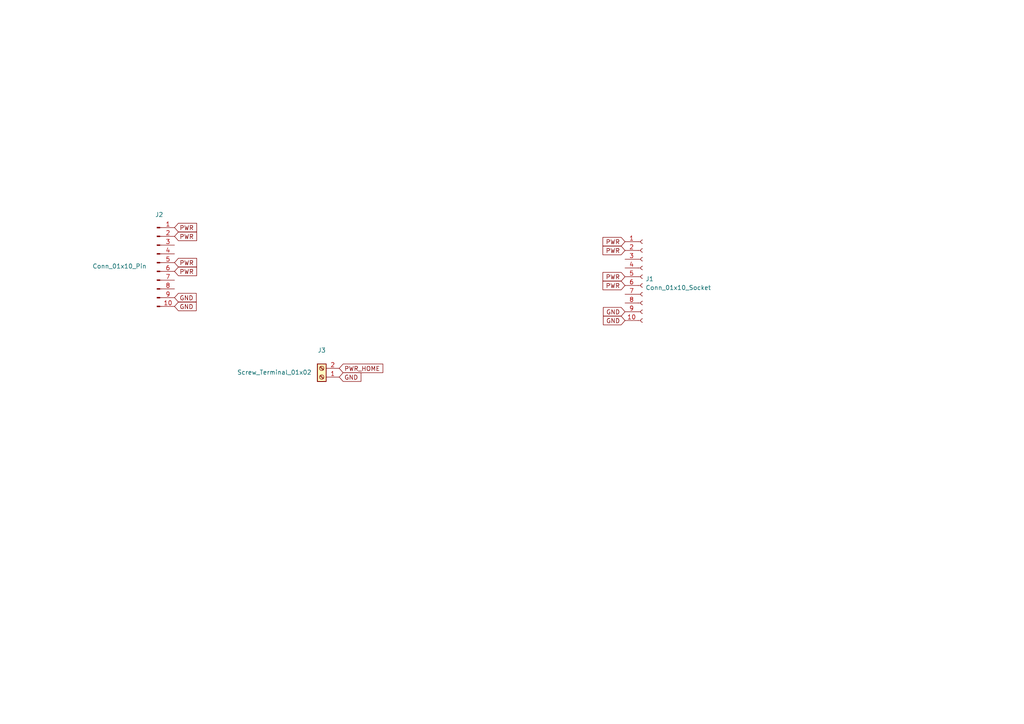
<source format=kicad_sch>
(kicad_sch (version 20230121) (generator eeschema)

  (uuid 36c3529d-7964-4040-afe2-98add62a25cb)

  (paper "A4")

  (lib_symbols
    (symbol "Connector:Conn_01x10_Pin" (pin_names (offset 1.016) hide) (in_bom yes) (on_board yes)
      (property "Reference" "J" (at 0 12.7 0)
        (effects (font (size 1.27 1.27)))
      )
      (property "Value" "Conn_01x10_Pin" (at 0 -15.24 0)
        (effects (font (size 1.27 1.27)))
      )
      (property "Footprint" "" (at 0 0 0)
        (effects (font (size 1.27 1.27)) hide)
      )
      (property "Datasheet" "~" (at 0 0 0)
        (effects (font (size 1.27 1.27)) hide)
      )
      (property "ki_locked" "" (at 0 0 0)
        (effects (font (size 1.27 1.27)))
      )
      (property "ki_keywords" "connector" (at 0 0 0)
        (effects (font (size 1.27 1.27)) hide)
      )
      (property "ki_description" "Generic connector, single row, 01x10, script generated" (at 0 0 0)
        (effects (font (size 1.27 1.27)) hide)
      )
      (property "ki_fp_filters" "Connector*:*_1x??_*" (at 0 0 0)
        (effects (font (size 1.27 1.27)) hide)
      )
      (symbol "Conn_01x10_Pin_1_1"
        (polyline
          (pts
            (xy 1.27 -12.7)
            (xy 0.8636 -12.7)
          )
          (stroke (width 0.1524) (type default))
          (fill (type none))
        )
        (polyline
          (pts
            (xy 1.27 -10.16)
            (xy 0.8636 -10.16)
          )
          (stroke (width 0.1524) (type default))
          (fill (type none))
        )
        (polyline
          (pts
            (xy 1.27 -7.62)
            (xy 0.8636 -7.62)
          )
          (stroke (width 0.1524) (type default))
          (fill (type none))
        )
        (polyline
          (pts
            (xy 1.27 -5.08)
            (xy 0.8636 -5.08)
          )
          (stroke (width 0.1524) (type default))
          (fill (type none))
        )
        (polyline
          (pts
            (xy 1.27 -2.54)
            (xy 0.8636 -2.54)
          )
          (stroke (width 0.1524) (type default))
          (fill (type none))
        )
        (polyline
          (pts
            (xy 1.27 0)
            (xy 0.8636 0)
          )
          (stroke (width 0.1524) (type default))
          (fill (type none))
        )
        (polyline
          (pts
            (xy 1.27 2.54)
            (xy 0.8636 2.54)
          )
          (stroke (width 0.1524) (type default))
          (fill (type none))
        )
        (polyline
          (pts
            (xy 1.27 5.08)
            (xy 0.8636 5.08)
          )
          (stroke (width 0.1524) (type default))
          (fill (type none))
        )
        (polyline
          (pts
            (xy 1.27 7.62)
            (xy 0.8636 7.62)
          )
          (stroke (width 0.1524) (type default))
          (fill (type none))
        )
        (polyline
          (pts
            (xy 1.27 10.16)
            (xy 0.8636 10.16)
          )
          (stroke (width 0.1524) (type default))
          (fill (type none))
        )
        (rectangle (start 0.8636 -12.573) (end 0 -12.827)
          (stroke (width 0.1524) (type default))
          (fill (type outline))
        )
        (rectangle (start 0.8636 -10.033) (end 0 -10.287)
          (stroke (width 0.1524) (type default))
          (fill (type outline))
        )
        (rectangle (start 0.8636 -7.493) (end 0 -7.747)
          (stroke (width 0.1524) (type default))
          (fill (type outline))
        )
        (rectangle (start 0.8636 -4.953) (end 0 -5.207)
          (stroke (width 0.1524) (type default))
          (fill (type outline))
        )
        (rectangle (start 0.8636 -2.413) (end 0 -2.667)
          (stroke (width 0.1524) (type default))
          (fill (type outline))
        )
        (rectangle (start 0.8636 0.127) (end 0 -0.127)
          (stroke (width 0.1524) (type default))
          (fill (type outline))
        )
        (rectangle (start 0.8636 2.667) (end 0 2.413)
          (stroke (width 0.1524) (type default))
          (fill (type outline))
        )
        (rectangle (start 0.8636 5.207) (end 0 4.953)
          (stroke (width 0.1524) (type default))
          (fill (type outline))
        )
        (rectangle (start 0.8636 7.747) (end 0 7.493)
          (stroke (width 0.1524) (type default))
          (fill (type outline))
        )
        (rectangle (start 0.8636 10.287) (end 0 10.033)
          (stroke (width 0.1524) (type default))
          (fill (type outline))
        )
        (pin passive line (at 5.08 10.16 180) (length 3.81)
          (name "Pin_1" (effects (font (size 1.27 1.27))))
          (number "1" (effects (font (size 1.27 1.27))))
        )
        (pin passive line (at 5.08 -12.7 180) (length 3.81)
          (name "Pin_10" (effects (font (size 1.27 1.27))))
          (number "10" (effects (font (size 1.27 1.27))))
        )
        (pin passive line (at 5.08 7.62 180) (length 3.81)
          (name "Pin_2" (effects (font (size 1.27 1.27))))
          (number "2" (effects (font (size 1.27 1.27))))
        )
        (pin passive line (at 5.08 5.08 180) (length 3.81)
          (name "Pin_3" (effects (font (size 1.27 1.27))))
          (number "3" (effects (font (size 1.27 1.27))))
        )
        (pin passive line (at 5.08 2.54 180) (length 3.81)
          (name "Pin_4" (effects (font (size 1.27 1.27))))
          (number "4" (effects (font (size 1.27 1.27))))
        )
        (pin passive line (at 5.08 0 180) (length 3.81)
          (name "Pin_5" (effects (font (size 1.27 1.27))))
          (number "5" (effects (font (size 1.27 1.27))))
        )
        (pin passive line (at 5.08 -2.54 180) (length 3.81)
          (name "Pin_6" (effects (font (size 1.27 1.27))))
          (number "6" (effects (font (size 1.27 1.27))))
        )
        (pin passive line (at 5.08 -5.08 180) (length 3.81)
          (name "Pin_7" (effects (font (size 1.27 1.27))))
          (number "7" (effects (font (size 1.27 1.27))))
        )
        (pin passive line (at 5.08 -7.62 180) (length 3.81)
          (name "Pin_8" (effects (font (size 1.27 1.27))))
          (number "8" (effects (font (size 1.27 1.27))))
        )
        (pin passive line (at 5.08 -10.16 180) (length 3.81)
          (name "Pin_9" (effects (font (size 1.27 1.27))))
          (number "9" (effects (font (size 1.27 1.27))))
        )
      )
    )
    (symbol "Connector:Conn_01x10_Socket" (pin_names (offset 1.016) hide) (in_bom yes) (on_board yes)
      (property "Reference" "J" (at 0 12.7 0)
        (effects (font (size 1.27 1.27)))
      )
      (property "Value" "Conn_01x10_Socket" (at 0 -15.24 0)
        (effects (font (size 1.27 1.27)))
      )
      (property "Footprint" "" (at 0 0 0)
        (effects (font (size 1.27 1.27)) hide)
      )
      (property "Datasheet" "~" (at 0 0 0)
        (effects (font (size 1.27 1.27)) hide)
      )
      (property "ki_locked" "" (at 0 0 0)
        (effects (font (size 1.27 1.27)))
      )
      (property "ki_keywords" "connector" (at 0 0 0)
        (effects (font (size 1.27 1.27)) hide)
      )
      (property "ki_description" "Generic connector, single row, 01x10, script generated" (at 0 0 0)
        (effects (font (size 1.27 1.27)) hide)
      )
      (property "ki_fp_filters" "Connector*:*_1x??_*" (at 0 0 0)
        (effects (font (size 1.27 1.27)) hide)
      )
      (symbol "Conn_01x10_Socket_1_1"
        (arc (start 0 -12.192) (mid -0.5058 -12.7) (end 0 -13.208)
          (stroke (width 0.1524) (type default))
          (fill (type none))
        )
        (arc (start 0 -9.652) (mid -0.5058 -10.16) (end 0 -10.668)
          (stroke (width 0.1524) (type default))
          (fill (type none))
        )
        (arc (start 0 -7.112) (mid -0.5058 -7.62) (end 0 -8.128)
          (stroke (width 0.1524) (type default))
          (fill (type none))
        )
        (arc (start 0 -4.572) (mid -0.5058 -5.08) (end 0 -5.588)
          (stroke (width 0.1524) (type default))
          (fill (type none))
        )
        (arc (start 0 -2.032) (mid -0.5058 -2.54) (end 0 -3.048)
          (stroke (width 0.1524) (type default))
          (fill (type none))
        )
        (polyline
          (pts
            (xy -1.27 -12.7)
            (xy -0.508 -12.7)
          )
          (stroke (width 0.1524) (type default))
          (fill (type none))
        )
        (polyline
          (pts
            (xy -1.27 -10.16)
            (xy -0.508 -10.16)
          )
          (stroke (width 0.1524) (type default))
          (fill (type none))
        )
        (polyline
          (pts
            (xy -1.27 -7.62)
            (xy -0.508 -7.62)
          )
          (stroke (width 0.1524) (type default))
          (fill (type none))
        )
        (polyline
          (pts
            (xy -1.27 -5.08)
            (xy -0.508 -5.08)
          )
          (stroke (width 0.1524) (type default))
          (fill (type none))
        )
        (polyline
          (pts
            (xy -1.27 -2.54)
            (xy -0.508 -2.54)
          )
          (stroke (width 0.1524) (type default))
          (fill (type none))
        )
        (polyline
          (pts
            (xy -1.27 0)
            (xy -0.508 0)
          )
          (stroke (width 0.1524) (type default))
          (fill (type none))
        )
        (polyline
          (pts
            (xy -1.27 2.54)
            (xy -0.508 2.54)
          )
          (stroke (width 0.1524) (type default))
          (fill (type none))
        )
        (polyline
          (pts
            (xy -1.27 5.08)
            (xy -0.508 5.08)
          )
          (stroke (width 0.1524) (type default))
          (fill (type none))
        )
        (polyline
          (pts
            (xy -1.27 7.62)
            (xy -0.508 7.62)
          )
          (stroke (width 0.1524) (type default))
          (fill (type none))
        )
        (polyline
          (pts
            (xy -1.27 10.16)
            (xy -0.508 10.16)
          )
          (stroke (width 0.1524) (type default))
          (fill (type none))
        )
        (arc (start 0 0.508) (mid -0.5058 0) (end 0 -0.508)
          (stroke (width 0.1524) (type default))
          (fill (type none))
        )
        (arc (start 0 3.048) (mid -0.5058 2.54) (end 0 2.032)
          (stroke (width 0.1524) (type default))
          (fill (type none))
        )
        (arc (start 0 5.588) (mid -0.5058 5.08) (end 0 4.572)
          (stroke (width 0.1524) (type default))
          (fill (type none))
        )
        (arc (start 0 8.128) (mid -0.5058 7.62) (end 0 7.112)
          (stroke (width 0.1524) (type default))
          (fill (type none))
        )
        (arc (start 0 10.668) (mid -0.5058 10.16) (end 0 9.652)
          (stroke (width 0.1524) (type default))
          (fill (type none))
        )
        (pin passive line (at -5.08 10.16 0) (length 3.81)
          (name "Pin_1" (effects (font (size 1.27 1.27))))
          (number "1" (effects (font (size 1.27 1.27))))
        )
        (pin passive line (at -5.08 -12.7 0) (length 3.81)
          (name "Pin_10" (effects (font (size 1.27 1.27))))
          (number "10" (effects (font (size 1.27 1.27))))
        )
        (pin passive line (at -5.08 7.62 0) (length 3.81)
          (name "Pin_2" (effects (font (size 1.27 1.27))))
          (number "2" (effects (font (size 1.27 1.27))))
        )
        (pin passive line (at -5.08 5.08 0) (length 3.81)
          (name "Pin_3" (effects (font (size 1.27 1.27))))
          (number "3" (effects (font (size 1.27 1.27))))
        )
        (pin passive line (at -5.08 2.54 0) (length 3.81)
          (name "Pin_4" (effects (font (size 1.27 1.27))))
          (number "4" (effects (font (size 1.27 1.27))))
        )
        (pin passive line (at -5.08 0 0) (length 3.81)
          (name "Pin_5" (effects (font (size 1.27 1.27))))
          (number "5" (effects (font (size 1.27 1.27))))
        )
        (pin passive line (at -5.08 -2.54 0) (length 3.81)
          (name "Pin_6" (effects (font (size 1.27 1.27))))
          (number "6" (effects (font (size 1.27 1.27))))
        )
        (pin passive line (at -5.08 -5.08 0) (length 3.81)
          (name "Pin_7" (effects (font (size 1.27 1.27))))
          (number "7" (effects (font (size 1.27 1.27))))
        )
        (pin passive line (at -5.08 -7.62 0) (length 3.81)
          (name "Pin_8" (effects (font (size 1.27 1.27))))
          (number "8" (effects (font (size 1.27 1.27))))
        )
        (pin passive line (at -5.08 -10.16 0) (length 3.81)
          (name "Pin_9" (effects (font (size 1.27 1.27))))
          (number "9" (effects (font (size 1.27 1.27))))
        )
      )
    )
    (symbol "Connector:Screw_Terminal_01x02" (pin_names (offset 1.016) hide) (in_bom yes) (on_board yes)
      (property "Reference" "J" (at 0 2.54 0)
        (effects (font (size 1.27 1.27)))
      )
      (property "Value" "Screw_Terminal_01x02" (at 0 -5.08 0)
        (effects (font (size 1.27 1.27)))
      )
      (property "Footprint" "" (at 0 0 0)
        (effects (font (size 1.27 1.27)) hide)
      )
      (property "Datasheet" "~" (at 0 0 0)
        (effects (font (size 1.27 1.27)) hide)
      )
      (property "ki_keywords" "screw terminal" (at 0 0 0)
        (effects (font (size 1.27 1.27)) hide)
      )
      (property "ki_description" "Generic screw terminal, single row, 01x02, script generated (kicad-library-utils/schlib/autogen/connector/)" (at 0 0 0)
        (effects (font (size 1.27 1.27)) hide)
      )
      (property "ki_fp_filters" "TerminalBlock*:*" (at 0 0 0)
        (effects (font (size 1.27 1.27)) hide)
      )
      (symbol "Screw_Terminal_01x02_1_1"
        (rectangle (start -1.27 1.27) (end 1.27 -3.81)
          (stroke (width 0.254) (type default))
          (fill (type background))
        )
        (circle (center 0 -2.54) (radius 0.635)
          (stroke (width 0.1524) (type default))
          (fill (type none))
        )
        (polyline
          (pts
            (xy -0.5334 -2.2098)
            (xy 0.3302 -3.048)
          )
          (stroke (width 0.1524) (type default))
          (fill (type none))
        )
        (polyline
          (pts
            (xy -0.5334 0.3302)
            (xy 0.3302 -0.508)
          )
          (stroke (width 0.1524) (type default))
          (fill (type none))
        )
        (polyline
          (pts
            (xy -0.3556 -2.032)
            (xy 0.508 -2.8702)
          )
          (stroke (width 0.1524) (type default))
          (fill (type none))
        )
        (polyline
          (pts
            (xy -0.3556 0.508)
            (xy 0.508 -0.3302)
          )
          (stroke (width 0.1524) (type default))
          (fill (type none))
        )
        (circle (center 0 0) (radius 0.635)
          (stroke (width 0.1524) (type default))
          (fill (type none))
        )
        (pin passive line (at -5.08 0 0) (length 3.81)
          (name "Pin_1" (effects (font (size 1.27 1.27))))
          (number "1" (effects (font (size 1.27 1.27))))
        )
        (pin passive line (at -5.08 -2.54 0) (length 3.81)
          (name "Pin_2" (effects (font (size 1.27 1.27))))
          (number "2" (effects (font (size 1.27 1.27))))
        )
      )
    )
  )


  (global_label "PWR" (shape input) (at 50.6222 66.0146 0) (fields_autoplaced)
    (effects (font (size 1.27 1.27)) (justify left))
    (uuid 116cf5d8-5b36-47c9-90bd-374b24903f38)
    (property "Intersheetrefs" "${INTERSHEET_REFS}" (at 57.5194 66.0146 0)
      (effects (font (size 1.27 1.27)) (justify left) hide)
    )
  )
  (global_label "PWR" (shape input) (at 50.6222 78.7146 0) (fields_autoplaced)
    (effects (font (size 1.27 1.27)) (justify left))
    (uuid 34a563a0-9e99-41fe-828f-14183bb830d9)
    (property "Intersheetrefs" "${INTERSHEET_REFS}" (at 57.5194 78.7146 0)
      (effects (font (size 1.27 1.27)) (justify left) hide)
    )
  )
  (global_label "PWR" (shape input) (at 181.2798 82.804 180) (fields_autoplaced)
    (effects (font (size 1.27 1.27)) (justify right))
    (uuid 64444e63-30f9-4fa6-99e0-78fdd9b4869b)
    (property "Intersheetrefs" "${INTERSHEET_REFS}" (at 174.3826 82.804 0)
      (effects (font (size 1.27 1.27)) (justify right) hide)
    )
  )
  (global_label "GND" (shape input) (at 181.2798 92.964 180) (fields_autoplaced)
    (effects (font (size 1.27 1.27)) (justify right))
    (uuid 766a07e4-4a00-4c76-9639-464c87841874)
    (property "Intersheetrefs" "${INTERSHEET_REFS}" (at 174.5035 92.964 0)
      (effects (font (size 1.27 1.27)) (justify right) hide)
    )
  )
  (global_label "GND" (shape input) (at 181.2798 90.424 180) (fields_autoplaced)
    (effects (font (size 1.27 1.27)) (justify right))
    (uuid 8a1b235a-4cc3-46bd-81e5-8ff3d54d132f)
    (property "Intersheetrefs" "${INTERSHEET_REFS}" (at 174.5035 90.424 0)
      (effects (font (size 1.27 1.27)) (justify right) hide)
    )
  )
  (global_label "PWR_HOME" (shape input) (at 98.3996 106.8324 0) (fields_autoplaced)
    (effects (font (size 1.27 1.27)) (justify left))
    (uuid 8f235deb-fd18-4b12-9d37-751df1a1570e)
    (property "Intersheetrefs" "${INTERSHEET_REFS}" (at 111.5258 106.8324 0)
      (effects (font (size 1.27 1.27)) (justify left) hide)
    )
  )
  (global_label "PWR" (shape input) (at 50.6222 68.5546 0) (fields_autoplaced)
    (effects (font (size 1.27 1.27)) (justify left))
    (uuid a7f4c36d-90a4-4fd0-b80b-a5fbb2530c7b)
    (property "Intersheetrefs" "${INTERSHEET_REFS}" (at 57.5194 68.5546 0)
      (effects (font (size 1.27 1.27)) (justify left) hide)
    )
  )
  (global_label "GND" (shape input) (at 50.6222 86.3346 0) (fields_autoplaced)
    (effects (font (size 1.27 1.27)) (justify left))
    (uuid acd16c10-0629-4d89-ae7f-f5483b716496)
    (property "Intersheetrefs" "${INTERSHEET_REFS}" (at 57.3985 86.3346 0)
      (effects (font (size 1.27 1.27)) (justify left) hide)
    )
  )
  (global_label "PWR" (shape input) (at 50.6222 76.1746 0) (fields_autoplaced)
    (effects (font (size 1.27 1.27)) (justify left))
    (uuid b21e32bb-9894-4186-b96d-2fa1ee014965)
    (property "Intersheetrefs" "${INTERSHEET_REFS}" (at 57.5194 76.1746 0)
      (effects (font (size 1.27 1.27)) (justify left) hide)
    )
  )
  (global_label "PWR" (shape input) (at 181.2798 72.644 180) (fields_autoplaced)
    (effects (font (size 1.27 1.27)) (justify right))
    (uuid d02deb07-5719-453d-adc4-df2293411c40)
    (property "Intersheetrefs" "${INTERSHEET_REFS}" (at 174.3826 72.644 0)
      (effects (font (size 1.27 1.27)) (justify right) hide)
    )
  )
  (global_label "PWR" (shape input) (at 181.2798 80.264 180) (fields_autoplaced)
    (effects (font (size 1.27 1.27)) (justify right))
    (uuid d4a34bb1-9604-4fce-b46a-0a7078da0683)
    (property "Intersheetrefs" "${INTERSHEET_REFS}" (at 174.3826 80.264 0)
      (effects (font (size 1.27 1.27)) (justify right) hide)
    )
  )
  (global_label "GND" (shape input) (at 98.3996 109.3724 0) (fields_autoplaced)
    (effects (font (size 1.27 1.27)) (justify left))
    (uuid df7de03d-ce3a-4899-b341-fdfba91a511b)
    (property "Intersheetrefs" "${INTERSHEET_REFS}" (at 105.1759 109.3724 0)
      (effects (font (size 1.27 1.27)) (justify left) hide)
    )
  )
  (global_label "PWR" (shape input) (at 181.2798 70.104 180) (fields_autoplaced)
    (effects (font (size 1.27 1.27)) (justify right))
    (uuid e1d9f67c-aa28-431a-aca8-cf04671f02b8)
    (property "Intersheetrefs" "${INTERSHEET_REFS}" (at 174.3826 70.104 0)
      (effects (font (size 1.27 1.27)) (justify right) hide)
    )
  )
  (global_label "GND" (shape input) (at 50.6222 88.8746 0) (fields_autoplaced)
    (effects (font (size 1.27 1.27)) (justify left))
    (uuid e8215fa9-531d-4327-a520-72348dc390c7)
    (property "Intersheetrefs" "${INTERSHEET_REFS}" (at 57.3985 88.8746 0)
      (effects (font (size 1.27 1.27)) (justify left) hide)
    )
  )

  (symbol (lib_id "Connector:Conn_01x10_Pin") (at 45.5422 76.1746 0) (unit 1)
    (in_bom yes) (on_board yes) (dnp no)
    (uuid 0d1a6110-a2df-4e49-a796-bc70be681dba)
    (property "Reference" "J2" (at 46.1772 62.2554 0)
      (effects (font (size 1.27 1.27)))
    )
    (property "Value" "Conn_01x10_Pin" (at 34.671 77.216 0)
      (effects (font (size 1.27 1.27)))
    )
    (property "Footprint" "Connector_PinHeader_2.54mm:PinHeader_1x10_P2.54mm_Horizontal" (at 45.5422 76.1746 0)
      (effects (font (size 1.27 1.27)) hide)
    )
    (property "Datasheet" "~" (at 45.5422 76.1746 0)
      (effects (font (size 1.27 1.27)) hide)
    )
    (pin "1" (uuid 82ab235f-1ce1-4c43-9601-116c93bbb292))
    (pin "10" (uuid 44cdd2c9-25ca-45c0-806c-ad7244aa6181))
    (pin "2" (uuid 8fec6237-0eba-4a26-90d7-4301fa792b3b))
    (pin "3" (uuid fc8752c8-5cd8-4fbc-bf64-b2b503751122))
    (pin "4" (uuid bde6e1a2-12b7-48c1-9903-5a606782fc2b))
    (pin "5" (uuid f6dc3547-2ca7-415c-b2c3-553385c102e9))
    (pin "6" (uuid d1f4ff34-e71e-46fd-a338-6d59465aaa1d))
    (pin "7" (uuid fe27eb0b-b6f1-4ec9-88fe-7ee6b2a3ed8a))
    (pin "8" (uuid b0305aed-47f7-4c71-9595-33b8759ac038))
    (pin "9" (uuid a5e94b5a-3454-4a1a-8289-1b8fe8b747c3))
    (instances
      (project "Solar Cell offgrid Power"
        (path "/36c3529d-7964-4040-afe2-98add62a25cb"
          (reference "J2") (unit 1)
        )
      )
    )
  )

  (symbol (lib_id "Connector:Conn_01x10_Socket") (at 186.3598 80.264 0) (unit 1)
    (in_bom yes) (on_board yes) (dnp no) (fields_autoplaced)
    (uuid 2cf945ea-b821-43b9-b82c-edd5f0415693)
    (property "Reference" "J1" (at 187.2234 80.899 0)
      (effects (font (size 1.27 1.27)) (justify left))
    )
    (property "Value" "Conn_01x10_Socket" (at 187.2234 83.439 0)
      (effects (font (size 1.27 1.27)) (justify left))
    )
    (property "Footprint" "Connector_PinSocket_2.54mm:PinSocket_1x10_P2.54mm_Horizontal" (at 186.3598 80.264 0)
      (effects (font (size 1.27 1.27)) hide)
    )
    (property "Datasheet" "~" (at 186.3598 80.264 0)
      (effects (font (size 1.27 1.27)) hide)
    )
    (pin "1" (uuid a8150bd4-4646-44a3-bc3f-3176f61cd7d6))
    (pin "10" (uuid 05a02c7b-df3f-4114-a340-e61ebb6e2211))
    (pin "2" (uuid 50bcf120-a4b8-4100-8880-54aef9c12ea8))
    (pin "3" (uuid ffe9eb27-a631-4c91-a154-cfce32daee33))
    (pin "4" (uuid d415a04f-702a-4191-a694-682d9a4b1e77))
    (pin "5" (uuid 0e174101-6957-4b65-a74c-d42f97974bf1))
    (pin "6" (uuid 1ad70a5a-bb9b-443f-adb4-7a1eb8022e83))
    (pin "7" (uuid 5a0a10cc-055e-4757-8496-b53af14963b1))
    (pin "8" (uuid ae12f7f7-17ab-4b89-9248-886c5d30feba))
    (pin "9" (uuid 3ed53f2d-4939-4d9d-92d7-2f2ba739ce44))
    (instances
      (project "Solar Cell offgrid Power"
        (path "/36c3529d-7964-4040-afe2-98add62a25cb"
          (reference "J1") (unit 1)
        )
      )
    )
  )

  (symbol (lib_id "Connector:Screw_Terminal_01x02") (at 93.3196 109.3724 180) (unit 1)
    (in_bom yes) (on_board yes) (dnp no)
    (uuid e6899a91-ae81-4a49-b720-693de7a4863a)
    (property "Reference" "J3" (at 93.3196 101.6 0)
      (effects (font (size 1.27 1.27)))
    )
    (property "Value" "Screw_Terminal_01x02" (at 79.5782 108.0008 0)
      (effects (font (size 1.27 1.27)))
    )
    (property "Footprint" "TerminalBlock_Phoenix:TerminalBlock_Phoenix_MPT-0,5-2-2.54_1x02_P2.54mm_Horizontal" (at 93.3196 109.3724 0)
      (effects (font (size 1.27 1.27)) hide)
    )
    (property "Datasheet" "~" (at 93.3196 109.3724 0)
      (effects (font (size 1.27 1.27)) hide)
    )
    (pin "1" (uuid dc79859a-3c83-453f-9f8b-7c0242c8afde))
    (pin "2" (uuid c6280426-da56-4833-9542-e4d846848708))
    (instances
      (project "Solar Cell offgrid Power"
        (path "/36c3529d-7964-4040-afe2-98add62a25cb"
          (reference "J3") (unit 1)
        )
      )
    )
  )

  (sheet_instances
    (path "/" (page "1"))
  )
)

</source>
